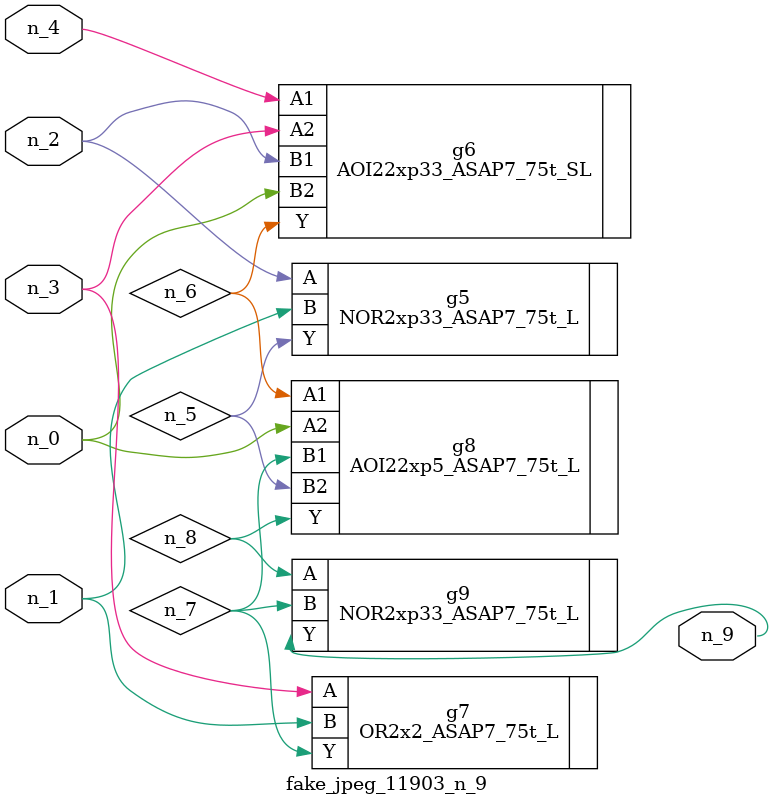
<source format=v>
module fake_jpeg_11903_n_9 (n_3, n_2, n_1, n_0, n_4, n_9);

input n_3;
input n_2;
input n_1;
input n_0;
input n_4;

output n_9;

wire n_8;
wire n_6;
wire n_5;
wire n_7;

NOR2xp33_ASAP7_75t_L g5 ( 
.A(n_2),
.B(n_1),
.Y(n_5)
);

AOI22xp33_ASAP7_75t_SL g6 ( 
.A1(n_4),
.A2(n_3),
.B1(n_2),
.B2(n_0),
.Y(n_6)
);

OR2x2_ASAP7_75t_L g7 ( 
.A(n_3),
.B(n_1),
.Y(n_7)
);

AOI22xp5_ASAP7_75t_L g8 ( 
.A1(n_6),
.A2(n_0),
.B1(n_7),
.B2(n_5),
.Y(n_8)
);

NOR2xp33_ASAP7_75t_L g9 ( 
.A(n_8),
.B(n_7),
.Y(n_9)
);


endmodule
</source>
